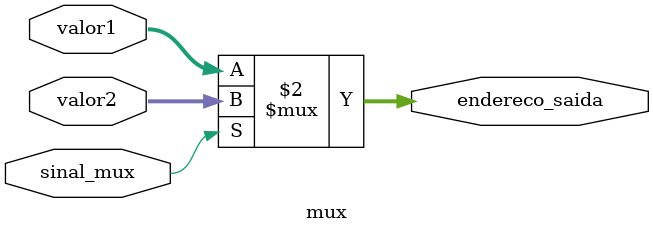
<source format=v>
module mux(
    input [31:0] valor1,
    input [31:0] valor2,
    input sinal_mux,
    output [31:0] endereco_saida
);

    // Atribuicso usando operador ternario
    assign endereco_saida = (sinal_mux == 0) ? valor1 : valor2;

endmodule

</source>
